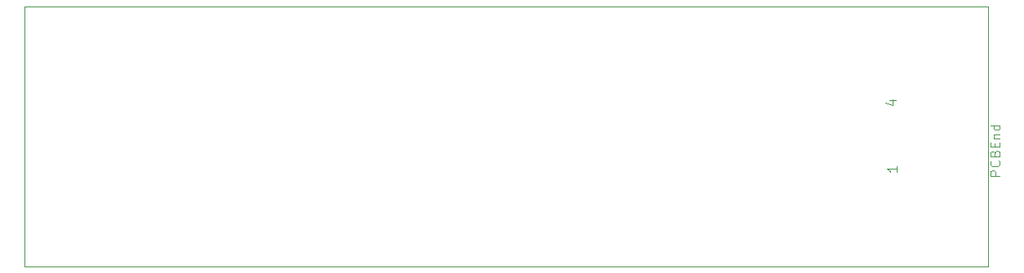
<source format=gbr>
G04 #@! TF.GenerationSoftware,KiCad,Pcbnew,(5.0.0)*
G04 #@! TF.CreationDate,2019-04-15T16:44:06+02:00*
G04 #@! TF.ProjectId,SolarPanelCharger,536F6C617250616E656C436861726765,rev?*
G04 #@! TF.SameCoordinates,Original*
G04 #@! TF.FileFunction,Profile,NP*
%FSLAX46Y46*%
G04 Gerber Fmt 4.6, Leading zero omitted, Abs format (unit mm)*
G04 Created by KiCad (PCBNEW (5.0.0)) date 04/15/19 16:44:06*
%MOMM*%
%LPD*%
G01*
G04 APERTURE LIST*
%ADD10C,0.050000*%
G04 APERTURE END LIST*
D10*
X20000000Y-20000000D02*
X20000000Y-47000000D01*
X20000000Y-47000000D02*
X120000000Y-47000000D01*
X120000000Y-20000000D02*
X120000000Y-47000000D01*
X20000000Y-20000000D02*
X120000000Y-20000000D01*
G04 #@! TO.C,J3*
X121194780Y-37602547D02*
X120194780Y-37602547D01*
X120194780Y-37221595D01*
X120242400Y-37126357D01*
X120290019Y-37078738D01*
X120385257Y-37031119D01*
X120528114Y-37031119D01*
X120623352Y-37078738D01*
X120670971Y-37126357D01*
X120718590Y-37221595D01*
X120718590Y-37602547D01*
X121099542Y-36031119D02*
X121147161Y-36078738D01*
X121194780Y-36221595D01*
X121194780Y-36316833D01*
X121147161Y-36459690D01*
X121051923Y-36554928D01*
X120956685Y-36602547D01*
X120766209Y-36650166D01*
X120623352Y-36650166D01*
X120432876Y-36602547D01*
X120337638Y-36554928D01*
X120242400Y-36459690D01*
X120194780Y-36316833D01*
X120194780Y-36221595D01*
X120242400Y-36078738D01*
X120290019Y-36031119D01*
X120670971Y-35269214D02*
X120718590Y-35126357D01*
X120766209Y-35078738D01*
X120861447Y-35031119D01*
X121004304Y-35031119D01*
X121099542Y-35078738D01*
X121147161Y-35126357D01*
X121194780Y-35221595D01*
X121194780Y-35602547D01*
X120194780Y-35602547D01*
X120194780Y-35269214D01*
X120242400Y-35173976D01*
X120290019Y-35126357D01*
X120385257Y-35078738D01*
X120480495Y-35078738D01*
X120575733Y-35126357D01*
X120623352Y-35173976D01*
X120670971Y-35269214D01*
X120670971Y-35602547D01*
X119957400Y-34840642D02*
X119957400Y-33935880D01*
X120670971Y-34602547D02*
X120670971Y-34269214D01*
X121194780Y-34126357D02*
X121194780Y-34602547D01*
X120194780Y-34602547D01*
X120194780Y-34126357D01*
X119957400Y-33935880D02*
X119957400Y-33031119D01*
X120528114Y-33697785D02*
X121194780Y-33697785D01*
X120623352Y-33697785D02*
X120575733Y-33650166D01*
X120528114Y-33554928D01*
X120528114Y-33412071D01*
X120575733Y-33316833D01*
X120670971Y-33269214D01*
X121194780Y-33269214D01*
X119957400Y-33031119D02*
X119957400Y-32126357D01*
X121194780Y-32364452D02*
X120194780Y-32364452D01*
X121147161Y-32364452D02*
X121194780Y-32459690D01*
X121194780Y-32650166D01*
X121147161Y-32745404D01*
X121099542Y-32793023D01*
X121004304Y-32840642D01*
X120718590Y-32840642D01*
X120623352Y-32793023D01*
X120575733Y-32745404D01*
X120528114Y-32650166D01*
X120528114Y-32459690D01*
X120575733Y-32364452D01*
X110494780Y-36597785D02*
X110494780Y-37169214D01*
X110494780Y-36883500D02*
X109494780Y-36883500D01*
X109637638Y-36978738D01*
X109732876Y-37073976D01*
X109780495Y-37169214D01*
X109728114Y-29793023D02*
X110394780Y-29793023D01*
X109347161Y-30031119D02*
X110061447Y-30269214D01*
X110061447Y-29650166D01*
G04 #@! TD*
M02*

</source>
